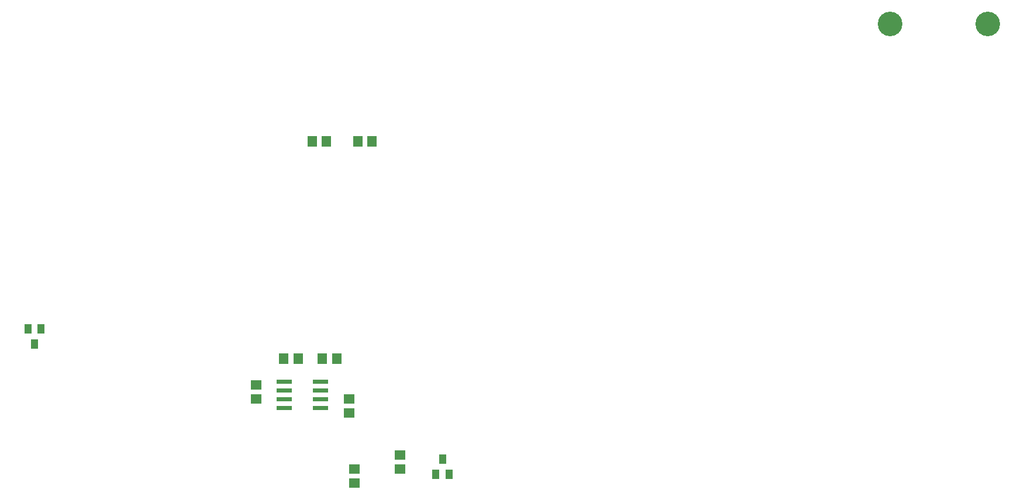
<source format=gtp>
G04 MADE WITH FRITZING*
G04 WWW.FRITZING.ORG*
G04 DOUBLE SIDED*
G04 HOLES PLATED*
G04 CONTOUR ON CENTER OF CONTOUR VECTOR*
%ASAXBY*%
%FSLAX23Y23*%
%MOIN*%
%OFA0B0*%
%SFA1.0B1.0*%
%ADD10C,0.140000*%
%ADD11R,0.039370X0.055118*%
%ADD12R,0.055118X0.059055*%
%ADD13R,0.059055X0.055118*%
%ADD14R,0.001000X0.001000*%
%LNPASTEMASK1*%
G90*
G70*
G54D10*
X5140Y2756D03*
X5697Y2756D03*
X5140Y2756D03*
X5697Y2756D03*
G54D11*
X264Y929D03*
X227Y1016D03*
X302Y1016D03*
X2590Y273D03*
X2627Y186D03*
X2552Y186D03*
G54D12*
X1906Y846D03*
X1987Y846D03*
G54D13*
X2057Y617D03*
X2057Y536D03*
G54D12*
X1686Y846D03*
X1767Y846D03*
G54D13*
X2087Y217D03*
X2087Y136D03*
X1527Y697D03*
X1527Y616D03*
G54D12*
X2188Y2086D03*
X2107Y2086D03*
X1928Y2086D03*
X1847Y2086D03*
G54D13*
X2347Y297D03*
X2347Y216D03*
G36*
X1731Y704D02*
X1644Y704D01*
X1644Y728D01*
X1731Y728D01*
X1731Y704D01*
G37*
D02*
G36*
X1731Y654D02*
X1644Y654D01*
X1644Y678D01*
X1731Y678D01*
X1731Y654D01*
G37*
D02*
G36*
X1731Y604D02*
X1644Y604D01*
X1644Y628D01*
X1731Y628D01*
X1731Y604D01*
G37*
D02*
G36*
X1731Y554D02*
X1644Y554D01*
X1644Y578D01*
X1731Y578D01*
X1731Y554D01*
G37*
D02*
G36*
X1937Y554D02*
X1850Y554D01*
X1850Y578D01*
X1937Y578D01*
X1937Y554D01*
G37*
D02*
G36*
X1937Y604D02*
X1850Y604D01*
X1850Y628D01*
X1937Y628D01*
X1937Y604D01*
G37*
D02*
G36*
X1937Y654D02*
X1850Y654D01*
X1850Y678D01*
X1937Y678D01*
X1937Y654D01*
G37*
D02*
G36*
X1937Y704D02*
X1850Y704D01*
X1850Y728D01*
X1937Y728D01*
X1937Y704D01*
G37*
D02*
G54D14*
D02*
G04 End of PasteMask1*
M02*
</source>
